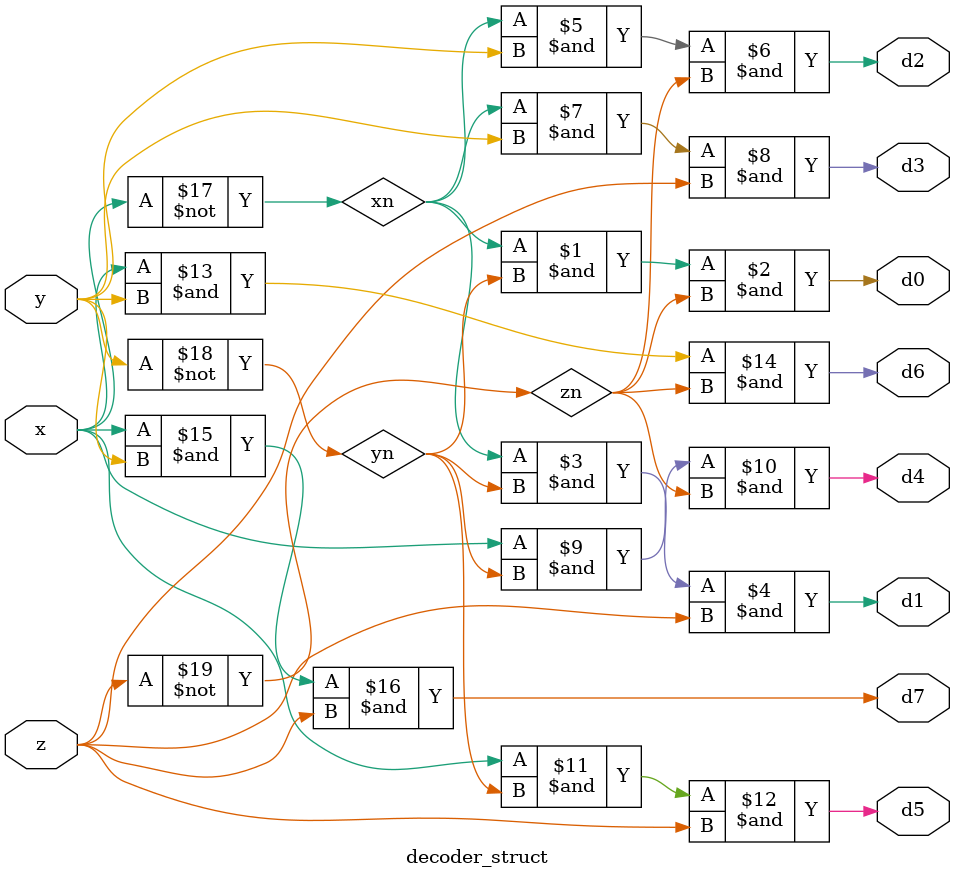
<source format=v>
module decoder_struct(
    input x,
    input y,
    input z,
    output d0,
    output d1,
    output d2,
    output d3,
    output d4,
    output d5,
    output d6,
    output d7
    );
and (d0,xn,yn,zn),(d1,xn,yn,z),(d2,xn,y,zn),(d3,xn,y,z),(d4,x,yn,zn),(d5,x,yn,z),(d6,x,y,zn),(d7,x,y,z);
not (xn,x),(yn,y),(zn,z);
endmodule
</source>
